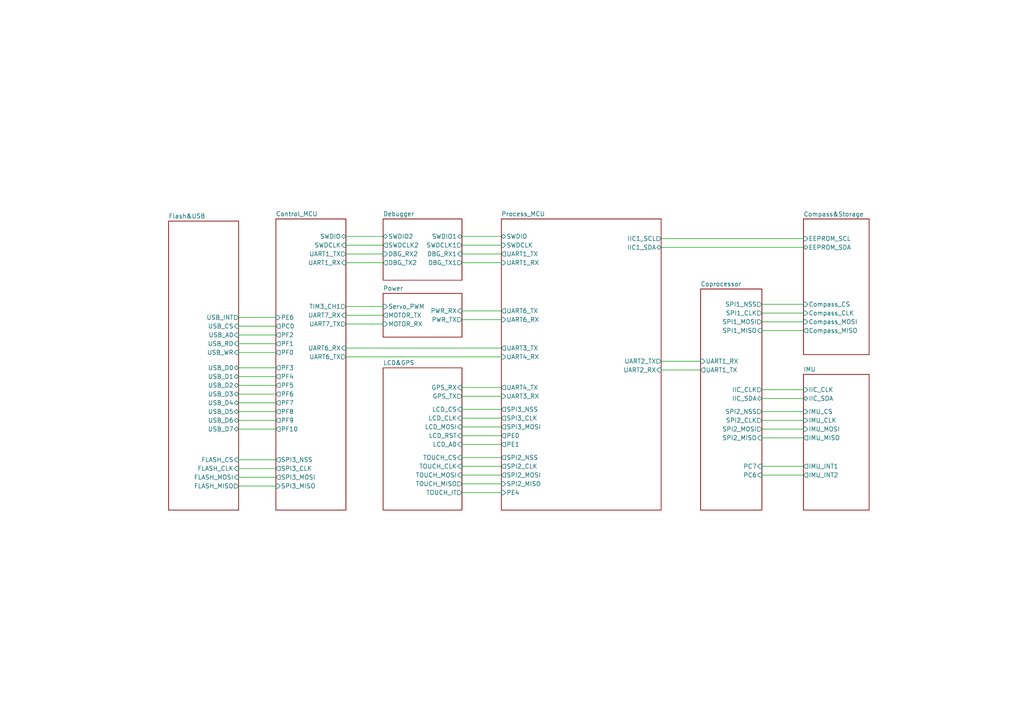
<source format=kicad_sch>
(kicad_sch (version 20211123) (generator eeschema)
  (paper "A4")
  (title_block (title "MM32 Control Board") (date "2022-04-06") (rev "1.5.2"))
  (lib_symbols)
  (wire (pts (xy 100.33 73.66) (xy 111.125 73.66)))
  (wire (pts (xy 100.33 103.505) (xy 145.415 103.505)))
  (wire (pts (xy 220.98 124.46) (xy 233.045 124.46)))
  (wire (pts (xy 133.985 123.825) (xy 145.415 123.825)))
  (wire (pts (xy 220.98 119.38) (xy 233.045 119.38)))
  (wire (pts (xy 100.33 100.965) (xy 145.415 100.965)))
  (wire (pts (xy 133.985 90.17) (xy 145.415 90.17)))
  (wire (pts (xy 220.98 88.265) (xy 233.045 88.265)))
  (wire (pts (xy 133.985 126.365) (xy 145.415 126.365)))
  (wire (pts (xy 220.98 115.57) (xy 233.045 115.57)))
  (wire (pts (xy 69.215 109.22) (xy 80.01 109.22)))
  (wire (pts (xy 100.33 93.98) (xy 111.125 93.98)))
  (wire (pts (xy 133.985 118.745) (xy 145.415 118.745)))
  (wire (pts (xy 133.985 112.395) (xy 145.415 112.395)))
  (wire (pts (xy 69.215 133.35) (xy 80.01 133.35)))
  (wire (pts (xy 220.98 95.885) (xy 233.045 95.885)))
  (wire (pts (xy 69.215 138.43) (xy 80.01 138.43)))
  (wire (pts (xy 100.33 71.12) (xy 111.125 71.12)))
  (wire (pts (xy 100.33 88.9) (xy 111.125 88.9)))
  (wire (pts (xy 133.985 142.875) (xy 145.415 142.875)))
  (wire (pts (xy 220.98 90.805) (xy 233.045 90.805)))
  (wire (pts (xy 220.98 93.345) (xy 233.045 93.345)))
  (wire (pts (xy 220.98 121.92) (xy 233.045 121.92)))
  (wire (pts (xy 133.985 121.285) (xy 145.415 121.285)))
  (wire (pts (xy 133.985 71.12) (xy 145.415 71.12)))
  (wire (pts (xy 133.985 73.66) (xy 145.415 73.66)))
  (wire (pts (xy 133.985 137.795) (xy 145.415 137.795)))
  (wire (pts (xy 69.215 102.235) (xy 80.01 102.235)))
  (wire (pts (xy 69.215 121.92) (xy 80.01 121.92)))
  (wire (pts (xy 191.77 71.755) (xy 233.045 71.755)))
  (wire (pts (xy 133.985 135.255) (xy 145.415 135.255)))
  (wire (pts (xy 220.98 137.795) (xy 233.045 137.795)))
  (wire (pts (xy 69.215 99.695) (xy 80.01 99.695)))
  (wire (pts (xy 69.215 135.89) (xy 80.01 135.89)))
  (wire (pts (xy 220.98 113.03) (xy 233.045 113.03)))
  (wire (pts (xy 69.215 111.76) (xy 80.01 111.76)))
  (wire (pts (xy 133.985 68.58) (xy 145.415 68.58)))
  (wire (pts (xy 69.215 114.3) (xy 80.01 114.3)))
  (wire (pts (xy 100.33 68.58) (xy 111.125 68.58)))
  (wire (pts (xy 220.98 127) (xy 233.045 127)))
  (wire (pts (xy 133.985 114.935) (xy 145.415 114.935)))
  (wire (pts (xy 133.985 140.335) (xy 145.415 140.335)))
  (wire (pts (xy 133.985 92.71) (xy 145.415 92.71)))
  (wire (pts (xy 69.215 94.615) (xy 80.01 94.615)))
  (wire (pts (xy 100.33 76.2) (xy 111.125 76.2)))
  (wire (pts (xy 69.215 124.46) (xy 80.01 124.46)))
  (wire (pts (xy 69.215 116.84) (xy 80.01 116.84)))
  (wire (pts (xy 191.77 107.315) (xy 203.2 107.315)))
  (wire (pts (xy 133.985 132.715) (xy 145.415 132.715)))
  (wire (pts (xy 69.215 119.38) (xy 80.01 119.38)))
  (wire (pts (xy 191.77 104.775) (xy 203.2 104.775)))
  (wire (pts (xy 133.985 128.905) (xy 145.415 128.905)))
  (wire (pts (xy 133.985 76.2) (xy 145.415 76.2)))
  (wire (pts (xy 69.215 97.155) (xy 80.01 97.155)))
  (wire (pts (xy 220.98 135.255) (xy 233.045 135.255)))
  (wire (pts (xy 100.33 91.44) (xy 111.125 91.44)))
  (wire (pts (xy 69.215 106.68) (xy 80.01 106.68)))
  (wire (pts (xy 191.77 69.215) (xy 233.045 69.215)))
  (wire (pts (xy 69.215 140.97) (xy 80.01 140.97)))
  (wire (pts (xy 69.215 92.075) (xy 80.01 92.075)))
  (sheet (at 111.125 85.09) (size 22.86 12.7)
    (property "Sheet name" "Power" (at 111.125 84.3784 0) (effects (justify left bottom)))
    (property "Sheet file" "Power.kicad_sch" (effects hide))
    (pin "PWR_RX" input (at 133.985 90.17 0))
    (pin "PWR_TX" output (at 133.985 92.71 0))
    (pin "MOTOR_TX" output (at 111.125 91.44 180))
    (pin "MOTOR_RX" input (at 111.125 93.98 180))
    (pin "Servo_PWM" input (at 111.125 88.9 180))
  )
  (sheet (at 145.415 63.5) (size 46.355 84.455)
    (property "Sheet name" "Process_MCU" (at 145.415 62.7884 0) (effects (justify left bottom)))
    (property "Sheet file" "ProcessMCU.kicad_sch" (effects hide))
    (pin "SWDIO" bidirectional (at 145.415 68.58 180))
    (pin "SWDCLK" input (at 145.415 71.12 180))
    (pin "UART1_TX" output (at 145.415 73.66 180))
    (pin "UART1_RX" input (at 145.415 76.2 180))
    (pin "UART3_TX" output (at 145.415 100.965 180))
    (pin "UART3_RX" input (at 145.415 114.935 180))
    (pin "UART6_TX" output (at 145.415 90.17 180))
    (pin "UART6_RX" input (at 145.415 92.71 180))
    (pin "SPI2_CLK" output (at 145.415 135.255 180))
    (pin "SPI2_MOSI" output (at 145.415 137.795 180))
    (pin "SPI3_CLK" output (at 145.415 121.285 180))
    (pin "SPI3_MOSI" output (at 145.415 123.825 180))
    (pin "UART4_TX" output (at 145.415 112.395 180))
    (pin "UART4_RX" input (at 145.415 103.505 180))
    (pin "SPI3_NSS" output (at 145.415 118.745 180))
    (pin "SPI2_NSS" output (at 145.415 132.715 180))
    (pin "SPI2_MISO" input (at 145.415 140.335 180))
    (pin "IIC1_SDA" bidirectional (at 191.77 71.755 0))
    (pin "IIC1_SCL" output (at 191.77 69.215 0))
    (pin "PE1" output (at 145.415 128.905 180))
    (pin "PE4" input (at 145.415 142.875 180))
    (pin "PE0" output (at 145.415 126.365 180))
    (pin "UART2_TX" output (at 191.77 104.775 0))
    (pin "UART2_RX" input (at 191.77 107.315 0))
  )
  (sheet (at 233.045 108.585) (size 19.05 39.37)
    (property "Sheet name" "IMU" (at 233.045 107.8734 0) (effects (justify left bottom)))
    (property "Sheet file" "IMU.kicad_sch" (effects hide))
    (pin "IMU_CS" input (at 233.045 119.38 180))
    (pin "IMU_CLK" input (at 233.045 121.92 180))
    (pin "IMU_MOSI" input (at 233.045 124.46 180))
    (pin "IMU_MISO" output (at 233.045 127 180))
    (pin "IMU_INT1" output (at 233.045 135.255 180))
    (pin "IMU_INT2" output (at 233.045 137.795 180))
    (pin "IIC_SDA" bidirectional (at 233.045 115.57 180))
    (pin "IIC_CLK" input (at 233.045 113.03 180))
  )
  (sheet (at 111.125 106.68) (size 22.86 41.275)
    (property "Sheet name" "LCD&GPS" (at 111.125 105.9684 0) (effects (justify left bottom)))
    (property "Sheet file" "LCD&GPS.kicad_sch" (effects hide))
    (pin "LCD_CS" input (at 133.985 118.745 0))
    (pin "LCD_CLK" input (at 133.985 121.285 0))
    (pin "LCD_MOSI" input (at 133.985 123.825 0))
    (pin "LCD_A0" input (at 133.985 128.905 0))
    (pin "LCD_RST" input (at 133.985 126.365 0))
    (pin "TOUCH_CS" input (at 133.985 132.715 0))
    (pin "TOUCH_IT" output (at 133.985 142.875 0))
    (pin "GPS_RX" input (at 133.985 112.395 0))
    (pin "GPS_TX" output (at 133.985 114.935 0))
    (pin "TOUCH_MISO" output (at 133.985 140.335 0))
    (pin "TOUCH_CLK" input (at 133.985 135.255 0))
    (pin "TOUCH_MOSI" input (at 133.985 137.795 0))
  )
  (sheet (at 80.01 63.5) (size 20.32 84.455)
    (property "Sheet name" "Control_MCU" (at 80.01 62.7884 0) (effects (justify left bottom)))
    (property "Sheet file" "ControlMCU.kicad_sch" (effects hide))
    (pin "SWDCLK" input (at 100.33 71.12 0))
    (pin "UART1_TX" output (at 100.33 73.66 0))
    (pin "UART1_RX" input (at 100.33 76.2 0))
    (pin "SWDIO" bidirectional (at 100.33 68.58 0))
    (pin "UART6_RX" input (at 100.33 100.965 0))
    (pin "UART6_TX" output (at 100.33 103.505 0))
    (pin "TIM3_CH1" output (at 100.33 88.9 0))
    (pin "UART7_TX" output (at 100.33 93.98 0))
    (pin "UART7_RX" input (at 100.33 91.44 0))
    (pin "SPI3_CLK" output (at 80.01 135.89 180))
    (pin "SPI3_NSS" output (at 80.01 133.35 180))
    (pin "SPI3_MISO" input (at 80.01 140.97 180))
    (pin "SPI3_MOSI" output (at 80.01 138.43 180))
    (pin "PF0" output (at 80.01 102.235 180))
    (pin "PE6" input (at 80.01 92.075 180))
    (pin "PF1" output (at 80.01 99.695 180))
    (pin "PF2" output (at 80.01 97.155 180))
    (pin "PF9" output (at 80.01 121.92 180))
    (pin "PF6" output (at 80.01 114.3 180))
    (pin "PF7" output (at 80.01 116.84 180))
    (pin "PF8" output (at 80.01 119.38 180))
    (pin "PF10" output (at 80.01 124.46 180))
    (pin "PF4" output (at 80.01 109.22 180))
    (pin "PF3" output (at 80.01 106.68 180))
    (pin "PF5" output (at 80.01 111.76 180))
    (pin "PC0" output (at 80.01 94.615 180))
  )
  (sheet (at 233.045 63.5) (size 19.05 39.37) (stroke (width 0.1524))
    (property "Sheet name" "Compass&Storage" (at 233.045 62.865 0) (effects (justify left bottom)))
    (property "Sheet file" "Compass&Storage.kicad_sch" (effects hide))
    (pin "EEPROM_SCL" input (at 233.045 69.215 180))
    (pin "EEPROM_SDA" bidirectional (at 233.045 71.755 180))
    (pin "Compass_MISO" output (at 233.045 95.885 180))
    (pin "Compass_MOSI" input (at 233.045 93.345 180))
    (pin "Compass_CS" input (at 233.045 88.265 180))
    (pin "Compass_CLK" input (at 233.045 90.805 180))
  )
  (sheet (at 203.2 83.82) (size 17.78 64.135) (stroke (width 0.1524))
    (property "Sheet name" "Coprocessor" (at 203.2 83.1084 0) (effects (justify left bottom)))
    (property "Sheet file" "Coprocessor.kicad_sch" (effects hide))
    (pin "SPI1_MISO" input (at 220.98 95.885 0))
    (pin "SPI1_MOSI" output (at 220.98 93.345 0))
    (pin "SPI1_NSS" output (at 220.98 88.265 0))
    (pin "SPI1_CLK" output (at 220.98 90.805 0))
    (pin "UART1_RX" input (at 203.2 104.775 180))
    (pin "UART1_TX" output (at 203.2 107.315 180))
    (pin "SPI2_NSS" output (at 220.98 119.38 0))
    (pin "SPI2_MISO" input (at 220.98 127 0))
    (pin "SPI2_MOSI" output (at 220.98 124.46 0))
    (pin "SPI2_CLK" output (at 220.98 121.92 0))
    (pin "PC6" input (at 220.98 137.795 0))
    (pin "PC7" input (at 220.98 135.255 0))
    (pin "IIC_SDA" bidirectional (at 220.98 115.57 0))
    (pin "IIC_CLK" output (at 220.98 113.03 0))
  )
  (sheet (at 48.895 64.135) (size 20.32 83.82) (stroke (width 0.1524))
    (property "Sheet name" "Flash&USB" (at 48.895 63.4234 0) (effects (justify left bottom)))
    (property "Sheet file" "Flash&USB.kicad_sch" (effects hide))
    (pin "FLASH_CS" input (at 69.215 133.35 0))
    (pin "FLASH_MISO" output (at 69.215 140.97 0))
    (pin "FLASH_MOSI" input (at 69.215 138.43 0))
    (pin "FLASH_CLK" input (at 69.215 135.89 0))
    (pin "USB_INT" output (at 69.215 92.075 0))
    (pin "USB_WR" input (at 69.215 102.235 0))
    (pin "USB_D0" bidirectional (at 69.215 106.68 0))
    (pin "USB_RD" input (at 69.215 99.695 0))
    (pin "USB_A0" input (at 69.215 97.155 0))
    (pin "USB_D6" bidirectional (at 69.215 121.92 0))
    (pin "USB_D1" bidirectional (at 69.215 109.22 0))
    (pin "USB_D2" bidirectional (at 69.215 111.76 0))
    (pin "USB_D3" bidirectional (at 69.215 114.3 0))
    (pin "USB_D4" bidirectional (at 69.215 116.84 0))
    (pin "USB_D5" bidirectional (at 69.215 119.38 0))
    (pin "USB_D7" bidirectional (at 69.215 124.46 0))
    (pin "USB_CS" input (at 69.215 94.615 0))
  )
  (sheet (at 111.125 63.5) (size 22.86 17.78)
    (property "Sheet name" "Debugger" (at 111.125 62.7884 0) (effects (justify left bottom)))
    (property "Sheet file" "Debugger.kicad_sch" (effects hide))
    (pin "DBG_TX1" output (at 133.985 76.2 0))
    (pin "DBG_TX2" output (at 111.125 76.2 180))
    (pin "SWDIO2" bidirectional (at 111.125 68.58 180))
    (pin "SWDIO1" bidirectional (at 133.985 68.58 0))
    (pin "SWDCLK1" output (at 133.985 71.12 0))
    (pin "SWDCLK2" output (at 111.125 71.12 180))
    (pin "DBG_RX1" input (at 133.985 73.66 0))
    (pin "DBG_RX2" input (at 111.125 73.66 180))
  )
)
</source>
